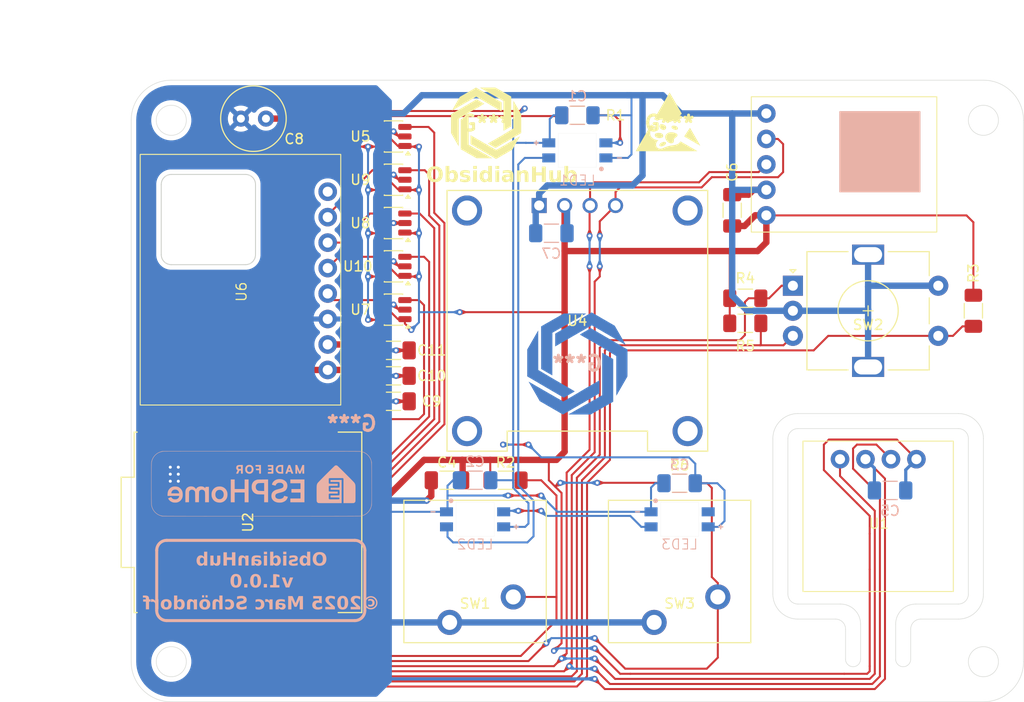
<source format=kicad_pcb>
(kicad_pcb (version 20241229) (generator "pcbnew") (generator_version "9.0")
  (title_block (title "ESPHome Sensor Board") (date "2025-10-03") (rev "V1.0") (company "Marc Schöndorf"))
  (layers (0 "F.Cu" signal) (2 "B.Cu" signal) (13 "F.Paste" user) (15 "B.Paste" user) (5 "F.SilkS" user "F.Silkscreen") (7 "B.SilkS" user "B.Silkscreen") (1 "F.Mask" user) (3 "B.Mask" user) (25 "Edge.Cuts" user))
  (net 0 "")
  (net 1 "+3.3V")
  (net 2 "SCK_HV")
  (net 3 "GND")
  (net 4 "MOSI_HV")
  (net 5 "SCL")
  (net 6 "SDA")
  (net 7 "+5V")
  (net 8 "MISO_HV")
  (net 9 "CS_HV")
  (net 10 "CS")
  (net 11 "MISO")
  (net 12 "SCK")
  (net 13 "MOSI")
  (net 14 "ROT_A")
  (net 15 "ROT_B")
  (net 16 "ROT_SW")
  (net 17 "LED_DATA")
  (net 18 "SWITCH1")
  (net 19 "SWITCH2")
  (net 21 "Net-(LED1-DOUT)")
  (net 22 "Net-(LED2-DOUT)")
  (net 23 "Net-(U6-3V3)")
  (net 24 "LED_DATA_HV")
  (net 27 "Net-(LED1-DIN)")
  (footprint "Capacitor_THT:C_Radial_D6.3mm_H7.0mm_P2.50mm" (layer "F.Cu") (at 118.442 57.834 180)
    (property "Reference" "C8")
    (property "Value" "220uF 10V")
  )
  (footprint "CustomLib:ENS160_AHT21_Module" (layer "F.Cu") (at 125.9 86.4 90)
    (property "Reference" "U6")
    (property "Value" "ENS160/AHT21")
    (fp_line (start 15 -17.9) (end 22 -17.9) (stroke (width 0.1)) (layer "Edge.Cuts"))
    (fp_line (start 23 -16.9) (end 23 -9.5) (stroke (width 0.1)) (layer "Edge.Cuts"))
    (fp_line (start 14 -9.5) (end 14 -16.9) (stroke (width 0.1)) (layer "Edge.Cuts"))
    (fp_line (start 22 -8.5) (end 15 -8.5) (stroke (width 0.1)) (layer "Edge.Cuts"))
    (fp_arc (start 22 -17.9) (mid 22.707107 -17.607107) (end 23 -16.9) (stroke (width 0.1)) (layer "Edge.Cuts"))
    (fp_arc (start 14 -16.9) (mid 14.292893 -17.607107) (end 15 -17.9) (stroke (width 0.1)) (layer "Edge.Cuts"))
    (fp_arc (start 23 -9.5) (mid 22.707107 -8.792893) (end 22 -8.5) (stroke (width 0.1)) (layer "Edge.Cuts"))
    (fp_arc (start 15 -8.5) (mid 14.292893 -8.792893) (end 14 -9.5) (stroke (width 0.1)) (layer "Edge.Cuts"))
  )
  (footprint "Resistor_SMD:R_1206_3216Metric_Pad1.30x1.75mm_HandSolder" (layer "F.Cu") (at 159.7 94.2)
    (property "Reference" "R6")
    (property "Value" "10k")
  )
  (footprint "Rotary_Encoder:RotaryEncoder_Alps_EC11E-Switch_Vertical_H20mm" (layer "F.Cu") (at 178.5 77)
    (property "Reference" "SW2")
    (property "Value" "RotaryEncoder_Switch" (hide yes))
  )
  (footprint "Resistor_SMD:R_1206_3216Metric_Pad1.30x1.75mm_HandSolder" (layer "F.Cu") (at 149.5 57.5 180)
    (property "Reference" "R1")
    (property "Value" "47R")
  )
  (footprint "Capacitor_SMD:C_1206_3216Metric_Pad1.33x1.80mm_HandSolder" (layer "F.Cu") (at 131.162 80.948)
    (property "Reference" "C11")
    (property "Value" "10uF 25V")
  )
  (footprint "CustomLib:OLED 0.96 128x64" (layer "F.Cu") (at 149.5 78)
    (property "Reference" "U4")
    (property "Value" "OLED 0.96\" 128X64")
  )
  (footprint "Capacitor_SMD:C_1206_3216Metric_Pad1.33x1.80mm_HandSolder" (layer "F.Cu") (at 131.162 86.028)
    (property "Reference" "C9")
    (property "Value" "10uF 25V")
  )
  (footprint "Package_TO_SOT_SMD:SOT-23-6" (layer "F.Cu") (at 131.162 63.93 180)
    (property "Reference" "U9")
    (property "Value" "SN74LVC1T45DBV")
  )
  (footprint "LOGO" (layer "F.Cu") (at 140.4 58.3)
    (property "Reference" "G***")
    (property "Value" "LOGO" (hide yes))
  )
  (footprint "Resistor_SMD:R_1206_3216Metric_Pad1.30x1.75mm_HandSolder" (layer "F.Cu") (at 166.25 78.25)
    (property "Reference" "R5")
    (property "Value" "10k")
  )
  (footprint "Capacitor_SMD:C_1206_3216Metric_Pad1.33x1.80mm_HandSolder" (layer "F.Cu") (at 131.162 83.488)
    (property "Reference" "C10")
    (property "Value" "100nF 25V")
  )
  (footprint "LOGO" (layer "F.Cu") (at 158.7 58.3)
    (property "Reference" "G***")
    (property "Value" "LOGO" (hide yes))
  )
  (footprint "Resistor_SMD:R_1206_3216Metric_Pad1.30x1.75mm_HandSolder" (layer "F.Cu") (at 166.25 75.75)
    (property "Reference" "R4")
    (property "Value" "10k")
  )
  (footprint "PCM_Switch_Keyboard_Cherry_MX:SW_Cherry_MX_PCB_1.00u" (layer "F.Cu") (at 139.3 103 180)
    (property "Reference" "SW1")
    (property "Value" "SW_Push")
  )
  (footprint "Resistor_SMD:R_1206_3216Metric_Pad1.30x1.75mm_HandSolder" (layer "F.Cu") (at 142.338 93.902)
    (property "Reference" "R2")
    (property "Value" "10k")
  )
  (footprint "Package_TO_SOT_SMD:SOT-23-6" (layer "F.Cu") (at 131.162 59.612 180)
    (property "Reference" "U5")
    (property "Value" "SN74LVC1T45DBV")
  )
  (footprint "ESP32_mini:MODULE_ESP32-C3_SUPERMINI" (layer "F.Cu") (at 116.65 98.1 90)
    (property "Reference" "U2")
    (property "Value" "ESP32-C3_SUPERMINI_SMD")
  )
  (footprint "Package_TO_SOT_SMD:SOT-23-6" (layer "F.Cu") (at 131.162 68.248 180)
    (property "Reference" "U8")
    (property "Value" "SN74LVC1T45DBV")
  )
  (footprint "PCM_Switch_Keyboard_Cherry_MX:SW_Cherry_MX_PCB_1.00u" (layer "F.Cu") (at 159.7 103 180)
    (property "Reference" "SW3")
    (property "Value" "SW_Push")
  )
  (footprint "CustomLib:BH1750" (layer "F.Cu") (at 166.85 69.15)
    (property "Reference" "U3")
    (property "Value" "BH1750")
  )
  (footprint "Package_TO_SOT_SMD:SOT-23-6" (layer "F.Cu") (at 131.162 76.884 180)
    (property "Reference" "U7")
    (property "Value" "SN74LVC1T45DBV")
  )
  (footprint "Package_TO_SOT_SMD:SOT-23-6" (layer "F.Cu") (at 131.162 72.566 180)
    (property "Reference" "U10")
    (property "Value" "SN74LVC1T45DBV")
  )
  (footprint "Capacitor_SMD:C_1206_3216Metric_Pad1.33x1.80mm_HandSolder" (layer "F.Cu") (at 136.496 93.902 180)
    (property "Reference" "C4")
    (property "Value" "100nF 25V")
  )
  (footprint "Capacitor_SMD:C_1206_3216Metric_Pad1.33x1.80mm_HandSolder" (layer "F.Cu") (at 164.944 66.978 90)
    (property "Reference" "C6")
    (property "Value" "100nF 25V")
  )
  (footprint "CustomLib:MODULE_AHT20_BMP280" (layer "F.Cu") (at 172 90 -90)
    (property "Reference" "U1")
    (property "Value" "AHT20 + BMP280")
  )
  (footprint "Resistor_SMD:R_1206_3216Metric_Pad1.30x1.75mm_HandSolder" (layer "F.Cu") (at 189 77 -90)
    (property "Reference" "R3")
    (property "Value" "10k")
  )
  (footprint "CustomLib:LED SK6812-MINI-E Cutout" (layer "B.Cu") (at 149.5 61 180)
    (property "Reference" "LED1")
    (property "Value" "SK6812 MINI-E")
    (fp_line (start 1.9 1.7) (end 1.9 -1.7) (stroke (width 0.01)) (layer "Edge.Cuts"))
    (fp_line (start 1.9 -1.7) (end -1.9 -1.7) (stroke (width 0.01)) (layer "Edge.Cuts"))
    (fp_line (start -1.9 1.7) (end 1.9 1.7) (stroke (width 0.01)) (layer "Edge.Cuts"))
    (fp_line (start -1.9 -1.7) (end -1.9 1.7) (stroke (width 0.01)) (layer "Edge.Cuts"))
  )
  (footprint "CustomLib:LED SK6812-MINI-E Cutout" (layer "B.Cu") (at 139.3 97.8)
    (property "Reference" "LED2")
    (property "Value" "SK6812 MINI-E")
    (fp_line (start -1.9 -1.7) (end -1.9 1.7) (stroke (width 0.01)) (layer "Edge.Cuts"))
    (fp_line (start -1.9 1.7) (end 1.9 1.7) (stroke (width 0.01)) (layer "Edge.Cuts"))
    (fp_line (start 1.9 -1.7) (end -1.9 -1.7) (stroke (width 0.01)) (layer "Edge.Cuts"))
    (fp_line (start 1.9 1.7) (end 1.9 -1.7) (stroke (width 0.01)) (layer "Edge.Cuts"))
  )
  (footprint "Capacitor_SMD:C_1206_3216Metric_Pad1.33x1.80mm_HandSolder" (layer "B.Cu") (at 139.3 93.9 180)
    (property "Reference" "C2")
    (property "Value" "100nF 25V")
  )
  (footprint "LOGO" (layer "B.Cu") (at 118 94.25 180)
    (property "Reference" "G***")
    (property "Value" "LOGO" (hide yes))
  )
  (footprint "Capacitor_SMD:C_1206_3216Metric_Pad1.33x1.80mm_HandSolder" (layer "B.Cu") (at 159.7 94.2 180)
    (property "Reference" "C3")
    (property "Value" "100nF 25V")
  )
  (footprint "Capacitor_SMD:C_1206_3216Metric_Pad1.33x1.80mm_HandSolder" (layer "B.Cu") (at 180.692 94.918 180)
    (property "Reference" "C5")
    (property "Value" "100nF 25V")
  )
  (footprint "CustomLib:LED SK6812-MINI-E Cutout" (layer "B.Cu") (at 159.7 97.8)
    (property "Reference" "LED3")
    (property "Value" "SK6812 MINI-E")
    (fp_line (start -1.9 -1.7) (end -1.9 1.7) (stroke (width 0.01)) (layer "Edge.Cuts"))
    (fp_line (start -1.9 1.7) (end 1.9 1.7) (stroke (width 0.01)) (layer "Edge.Cuts"))
    (fp_line (start 1.9 -1.7) (end -1.9 -1.7) (stroke (width 0.01)) (layer "Edge.Cuts"))
    (fp_line (start 1.9 1.7) (end 1.9 -1.7) (stroke (width 0.01)) (layer "Edge.Cuts"))
  )
  (footprint "Capacitor_SMD:C_1206_3216Metric_Pad1.33x1.80mm_HandSolder" (layer "B.Cu") (at 146.91 69.264 180)
    (property "Reference" "C7")
    (property "Value" "100nF 25V")
  )
  (footprint "Capacitor_SMD:C_1206_3216Metric_Pad1.33x1.80mm_HandSolder" (layer "B.Cu") (at 149.5 57.5)
    (property "Reference" "C1")
    (property "Value" "100nF 25V")
  )
  (footprint "LOGO" (layer "B.Cu") (at 149.5 82.25)
    (property "Reference" "G***")
    (property "Value" "LOGO" (hide yes))
  )
  (gr_line (start 108.545817 99.895817) (end 127.3 99.895817) (stroke (width 0.3)) (layer "B.SilkS"))
  (gr_arc (start 107.545817 100.895817) (mid 107.83871 100.18871) (end 108.545817 99.895817) (stroke (width 0.3)) (layer "B.SilkS"))
  (gr_arc (start 127.3 99.895817) (mid 128.007109 100.188708) (end 128.3 100.895817) (stroke (width 0.3)) (layer "B.SilkS"))
  (gr_arc (start 108.545817 107.9) (mid 107.838707 107.607109) (end 107.545817 106.9) (stroke (width 0.3)) (layer "B.SilkS"))
  (gr_arc (start 128.3 106.9) (mid 128.007109 107.607109) (end 127.3 107.9) (stroke (width 0.3)) (layer "B.SilkS"))
  (gr_line (start 127.3 107.9) (end 108.545817 107.9) (stroke (width 0.3)) (layer "B.SilkS"))
  (gr_line (start 128.3 100.895817) (end 128.3 106.9) (stroke (width 0.3)) (layer "B.SilkS"))
  (gr_line (start 107.545817 106.9) (end 107.545817 100.895817) (stroke (width 0.3)) (layer "B.SilkS"))
  (gr_rect (start 175.676 57.136) (end 183.676 65.136) (stroke (width 0.1)) (fill yes) (layer "B.SilkS"))
  (gr_circle (center 109 58) (end 110.5 58) (stroke (width 0.05)) (fill no) (layer "Edge.Cuts"))
  (gr_line (start 181.25 111.75) (end 181.25 108.25) (stroke (width 0.05)) (layer "Edge.Cuts"))
  (gr_line (start 105 112) (end 105 58) (stroke (width 0.05)) (layer "Edge.Cuts"))
  (gr_arc (start 109 116) (mid 106.171573 114.828427) (end 105 112) (stroke (width 0.05)) (layer "Edge.Cuts"))
  (gr_line (start 188.5 105.25) (end 188.5 89.75) (stroke (width 0.05)) (layer "Edge.Cuts"))
  (gr_line (start 187.500001 88.750001) (end 171.500001 88.750001) (stroke (width 0.05)) (layer "Edge.Cuts"))
  (gr_arc (start 175.75 106.25) (mid 177.164214 106.835786) (end 177.75 108.25) (stroke (width 0.05)) (layer "Edge.Cuts"))
  (gr_line (start 187.5 107.75) (end 183.75 107.75) (stroke (width 0.05)) (layer "Edge.Cuts"))
  (gr_line (start 175.75 106.25) (end 171.5 106.25) (stroke (width 0.05)) (layer "Edge.Cuts"))
  (gr_line (start 187.5 106.25) (end 183.25 106.25) (stroke (width 0.05)) (layer "Edge.Cuts"))
  (gr_arc (start 170.500001 89.750001) (mid 170.792894 89.042894) (end 171.5 88.750002) (stroke (width 0.05)) (layer "Edge.Cuts"))
  (gr_line (start 187.5 87.25) (end 171.5 87.25) (stroke (width 0.05)) (layer "Edge.Cuts"))
  (gr_arc (start 171.5 106.25) (mid 170.792894 105.957107) (end 170.500001 105.250001) (stroke (width 0.05)) (layer "Edge.Cuts"))
  (gr_arc (start 188.5 105.25) (mid 188.207107 105.957106) (end 187.500001 106.249999) (stroke (width 0.05)) (layer "Edge.Cuts"))
  (gr_arc (start 187.5 87.25) (mid 189.267767 87.982233) (end 190 89.749999) (stroke (width 0.05)) (layer "Edge.Cuts"))
  (gr_line (start 177.75 111.75) (end 177.75 108.25) (stroke (width 0.05)) (layer "Edge.Cuts"))
  (gr_line (start 190 105.25) (end 190 89.75) (stroke (width 0.05)) (layer "Edge.Cuts"))
  (gr_arc (start 181.25 108.25) (mid 181.835786 106.835786) (end 183.25 106.25) (stroke (width 0.05)) (layer "Edge.Cuts"))
  (gr_arc (start 187.500001 88.750001) (mid 188.207106 89.042894) (end 188.5 89.75) (stroke (width 0.05)) (layer "Edge.Cuts"))
  (gr_line (start 194 58) (end 194 112) (stroke (width 0.05)) (layer "Edge.Cuts"))
  (gr_arc (start 182.75 108.75) (mid 183.042893 108.042893) (end 183.75 107.75) (stroke (width 0.05)) (layer "Edge.Cuts"))
  (gr_circle (center 190 58) (end 191.5 58) (stroke (width 0.05)) (fill no) (layer "Edge.Cuts"))
  (gr_arc (start 194 112) (mid 192.828427 114.828427) (end 190 116) (stroke (width 0.05)) (layer "Edge.Cuts"))
  (gr_line (start 176.25 111.75) (end 176.25 108.75) (stroke (width 0.05)) (layer "Edge.Cuts"))
  (gr_line (start 109 54) (end 190 54) (stroke (width 0.05)) (layer "Edge.Cuts"))
  (gr_line (start 175.25 107.75) (end 171.5 107.75) (stroke (width 0.05)) (layer "Edge.Cuts"))
  (gr_arc (start 105 58) (mid 106.171573 55.171573) (end 109 54) (stroke (width 0.05)) (layer "Edge.Cuts"))
  (gr_line (start 182.75 111.75) (end 182.75 108.75) (stroke (width 0.05)) (layer "Edge.Cuts"))
  (gr_arc (start 177.75 111.75) (mid 177 112.5) (end 176.25 111.75) (stroke (width 0.05)) (layer "Edge.Cuts"))
  (gr_line (start 170.5 105.25) (end 170.5 89.75) (stroke (width 0.05)) (layer "Edge.Cuts"))
  (gr_circle (center 109 112) (end 110.5 112) (stroke (width 0.05)) (fill no) (layer "Edge.Cuts"))
  (gr_arc (start 182.75 111.75) (mid 182 112.5) (end 181.25 111.75) (stroke (width 0.05)) (layer "Edge.Cuts"))
  (gr_arc (start 175.250001 107.750001) (mid 175.957106 108.042894) (end 176.25 108.75) (stroke (width 0.05)) (layer "Edge.Cuts"))
  (gr_circle (center 190 112) (end 191.5 112) (stroke (width 0.05)) (fill no) (layer "Edge.Cuts"))
  (gr_line (start 190 116) (end 109 116) (stroke (width 0.05)) (layer "Edge.Cuts"))
  (gr_arc (start 171.5 107.75) (mid 169.732233 107.017767) (end 169 105.25) (stroke (width 0.05)) (layer "Edge.Cuts"))
  (gr_arc (start 190 54) (mid 192.828427 55.171573) (end 194 58) (stroke (width 0.05)) (layer "Edge.Cuts"))
  (gr_arc (start 190 105.25) (mid 189.267767 107.017767) (end 187.500001 107.75) (stroke (width 0.05)) (layer "Edge.Cuts"))
  (gr_line (start 169 105.25) (end 169 89.75) (stroke (width 0.05)) (layer "Edge.Cuts"))
  (gr_arc (start 169 89.75) (mid 169.732233 87.982233) (end 171.5 87.250001) (stroke (width 0.05)) (layer "Edge.Cuts"))
  (gr_text "ObsidianHub" (at 134.4 64.4 0) (layer "F.SilkS") (effects (font (size 1.5 1.5) (thickness 0.3) (bold yes)) (justify left bottom)))
  (gr_text "ObsidianHub\nv1.0.0\n©2025 Marc Schöndorf" (at 118 107 0) (layer "B.SilkS") (effects (font (size 1.3 1.3) (thickness 0.25) (bold yes)) (justify bottom mirror)))
  (segment (start 146.656 93.902) (end 146.656 91.87) (width 0.2) (layer "F.Cu") (net 1))
  (segment (start 147.926 110.158) (end 147.926 95.172) (width 0.2) (layer "F.Cu") (net 1))
  (segment (start 147.926 95.172) (end 147.291 94.537) (width 0.2) (layer "F.Cu") (net 1))
  (segment (start 147.799 94.156) (end 147.672 94.156) (width 0.2) (layer "F.Cu") (net 1))
  (segment (start 147.164 110.92) (end 147.926 110.158) (width 0.2) (layer "F.Cu") (net 1))
  (segment (start 174.596 89.838) (end 174.088 90.346) (width 0.2) (layer "F.Cu") (net 1))
  (segment (start 164.69 71.042) (end 164.944 71.042) (width 0.635) (layer "F.Cu") (net 1))
  (segment (start 111.83 93.112) (end 111.83 89.718) (width 0.635) (layer "F.Cu") (net 1))
  (segment (start 183.32 91.8) (end 181.358 89.838) (width 0.2) (layer "F.Cu") (net 1))
  (segment (start 189 68.174) (end 189 75.45) (width 0.2) (layer "F.Cu") (net 1))
  (segment (start 188.312 67.486) (end 189 68.174) (width 0.2) (layer "F.Cu") (net 1))
  (segment (start 176.12 113.206) (end 154.784 113.206) (width 0.2) (layer "F.Cu") (net 1))
  (segment (start 178.66 97.458) (end 178.66 99.236) (width 0.2) (layer "F.Cu") (net 1))
  (segment (start 164.7 75.75) (end 164.7 71.052) (width 0.2) (layer "F.Cu") (net 1))
  (segment (start 132.874 69.198) (end 132.512 69.198) (width 0.2) (layer "F.Cu") (net 1))
  (segment (start 140.814 91.87) (end 138.02 91.87) (width 0.635) (layer "F.Cu") (net 1))
  (segment (start 178.66 99.236) (end 178.66 102.792) (width 0.2) (layer "F.Cu") (net 1))
  (segment (start 132.2995 78.2755) (end 132.94 78.916) (width 0.2) (layer "F.Cu") (net 1))
  (segment (start 130.654 76.884) (end 131.604 77.834) (width 0.2) (layer "F.Cu") (net 1))
  (segment (start 147.418 91.87) (end 147.164 91.87) (width 0.635) (layer "F.Cu") (net 1))
  (segment (start 132.874 73.516) (end 131.604 73.516) (width 0.2) (layer "F.Cu") (net 1))
  (segment (start 138.0585 94.156) (end 138.0585 91.9085) (width 0.635) (layer "F.Cu") (net 1))
  (segment (start 148.23 91.058) (end 147.418 91.87) (width 0.635) (layer "F.Cu") (net 1))
  (segment (start 131.604 60.562) (end 130.654 59.612) (width 0.2) (layer "F.Cu") (net 1))
  (segment (start 177.39 96.188) (end 178.66 97.458) (width 0.2) (layer "F.Cu") (net 1))
  (segment (start 132.94 73.582) (end 132.874 73.516) (width 0.2) (layer "F.Cu") (net 1))
  (segment (start 166.1755 68.5405) (end 167.236 67.48) (width 0.635) (layer "F.Cu") (net 1))
  (segment (start 137.766 77.138) (end 148.23 77.138) (width 0.2) (layer "F.Cu") (net 1))
  (segment (start 132.94 64.946) (end 132.874 64.88) (width 0.2) (layer "F.Cu") (net 1))
  (segment (start 132.94 69.264) (end 132.874 69.198) (width 0.2) (layer "F.Cu") (net 1))
  (segment (start 140.814 94.13) (end 140.814 91.87) (width 0.2) (layer "F.Cu") (net 1))
  (segment (start 157.944 94.156) (end 151.482 94.156) (width 0.2) (layer "F.Cu") (net 1))
  (segment (start 178.406 113.206) (end 176.12 113.206) (width 0.2) (layer "F.Cu") (net 1))
  (segment (start 131.604 77.834) (end 132.512 77.834) (width 0.2) (layer "F.Cu") (net 1))
  (segment (start 130.654 72.566) (end 129.812 72.566) (width 0.2) (layer "F.Cu") (net 1))
  (segment (start 129.812 76.884) (end 130.654 76.884) (width 0.2) (layer "F.Cu") (net 1))
  (segment (start 140.788 94.156) (end 140.814 94.13) (width 0.2) (layer "F.Cu") (net 1))
  (segment (start 164.7 75.75) (end 164.7 78.25) (width 0.2) (layer "F.Cu") (net 1))
  (segment (start 153.768 113.206) (end 152.498 111.936) (width 0.2) (layer "F.Cu") (net 1))
  (segment (start 114.144 95.426) (end 111.83 93.112) (width 0.635) (layer "F.Cu") (net 1))
  (segment (start 178.66 102.792) (end 178.66 112.444) (width 0.2) (layer "F.Cu") (net 1))
  (segment (start 158.15 94.2) (end 158.1 94.2) (width 0.2) (layer "F.Cu") (net 1))
  (segment (start 177.898 89.838) (end 174.596 89.838) (width 0.2) (layer "F.Cu") (net 1))
  (segment (start 158 94.1) (end 157.944 94.156) (width 0.2) (layer "F.Cu") (net 1))
  (segment (start 147.291 94.537) (end 146.656 93.902) (width 0.2) (layer "F.Cu") (net 1))
  (segment (start 143.862 91.87) (end 140.814 91.87) (width 0.635) (layer "F.Cu") (net 1))
  (segment (start 167.484 71.042) (end 168.35 70.176) (width 0.635) (layer "F.Cu") (net 1))
  (segment (start 181.358 89.838) (end 177.898 89.838) (width 0.2) (layer "F.Cu") (net 1))
  (segment (start 138.0585 91.9085) (end 138.02 91.87) (width 0.635) (layer "F.Cu") (net 1))
  (segment (start 132.2995 77.834) (end 132.2995 78.2755) (width 0.2) (layer "F.Cu") (net 1))
  (segment (start 133.702 64.946) (end 132.94 64.946) (width 0.2) (layer "F.Cu") (net 1))
  (segment (start 152.498 111.936) (end 151.228 110.666) (width 0.2) (layer "F.Cu") (net 1))
  (segment (start 148.23 71.042) (end 148.23 77.138) (width 0.635) (layer "F.Cu") (net 1))
  (segment (start 132.874 60.562) (end 131.604 60.562) (width 0.2) (layer "F.Cu") (net 1))
  (segment (start 147.164 91.87) (end 146.656 91.87) (width 0.635) (layer "F.Cu") (net 1))
  (segment (start 174.088 92.886) (end 177.39 96.188) (width 0.2) (layer "F.Cu") (net 1))
  (segment (start 131.604 64.88) (end 130.654 63.93) (width 0.2) (layer "F.Cu") (net 1))
  (segment (start 147.672 94.156) (end 147.291 94.537) (width 0.2) (layer "F.Cu") (net 1))
  (segment (start 168.35 67.48) (end 168.356 67.486) (width 0.2) (layer "F.Cu") (net 1))
  (segment (start 133.702 60.628) (end 132.94 60.628) (width 0.2) (layer "F.Cu") (net 1))
  (segment (start 134.21 91.87) (end 130.654 95.426) (width 0.635) (layer "F.Cu") (net 1))
  (segment (start 164.944 71.042) (end 167.484 71.042) (width 0.635) (layer "F.Cu") (net 1))
  (segment (start 133.702 73.582) (end 132.94 73.582) (width 0.2) (layer "F.Cu") (net 1))
  (segment (start 164.7 71.052) (end 164.69 71.042) (width 0.635) (layer "F.Cu") (net 1))
  (segment (start 167.236 67.48) (end 168.35 67.48) (width 0.635) (layer "F.Cu") (net 1))
  (segment (start 174.088 90.346) (end 174.088 92.886) (width 0.2) (layer "F.Cu") (net 1))
  (segment (start 178.66 112.952) (end 178.406 113.206) (width 0.2) (layer "F.Cu") (net 1))
  (segment (start 168.35 70.176) (end 168.35 67.48) (width 0.635) (layer "F.Cu") (net 1))
  (segment (start 164.944 68.5405) (end 166.1755 68.5405) (width 0.635) (layer "F.Cu") (net 1))
  (segment (start 130.654 59.612) (end 129.812 59.612) (width 0.2) (layer "F.Cu") (net 1))
  (segment (start 178.66 112.444) (end 178.66 112.952) (width 0.2) (layer "F.Cu") (net 1))
  (segment (start 168.356 67.486) (end 188.312 67.486) (width 0.2) (layer "F.Cu") (net 1))
  (segment (start 132.94 60.628) (end 132.874 60.562) (width 0.2) (layer "F.Cu") (net 1))
  (segment (start 132.874 64.88) (end 131.604 64.88) (width 0.2) (layer "F.Cu") (net 1))
  (segment (start 148.23 77.138) (end 148.23 91.058) (width 0.635) (layer "F.Cu") (net 1))
  (segment (start 138.02 91.87) (end 134.21 91.87) (width 0.635) (layer "F.Cu") (net 1))
  (segment (start 148.23 71.042) (end 164.69 71.042) (width 0.635) (layer "F.Cu") (net 1))
  (segment (start 130.654 95.426) (end 114.144 95.426) (width 0.635) (layer "F.Cu") (net 1))
  (segment (start 130.654 63.93) (end 129.812 63.93) (width 0.2) (layer "F.Cu") (net 1))
  (segment (start 146.656 91.87) (end 143.862 91.87) (width 0.635) (layer "F.Cu") (net 1))
  (segment (start 158.1 94.2) (end 158 94.1) (width 0.2) (layer "F.Cu") (net 1))
  (segment (start 154.784 113.206) (end 153.768 113.206) (width 0.2) (layer "F.Cu") (net 1))
  (segment (start 131.604 73.516) (end 130.654 72.566) (width 0.2) (layer "F.Cu") (net 1))
  (segment (start 148.23 66.5) (end 148.23 71.042) (width 0.635) (layer "F.Cu") (net 1))
  (segment (start 133.702 69.264) (end 132.94 69.264) (width 0.2) (layer "F.Cu") (net 1))
  (via (at 133.702 60.628) (size 0.6) (drill 0.3) (layers "F.Cu" "B.Cu") (net 1))
  (via (at 151.228 110.666) (size 0.6) (drill 0.3) (layers "F.Cu" "B.Cu") (net 1))
  (via (at 147.164 110.92) (size 0.6) (drill 0.3) (layers "F.Cu" "B.Cu") (net 1))
  (via (at 133.702 64.946) (size 0.6) (drill 0.3) (layers "F.Cu" "B.Cu") (net 1))
  (via (at 133.702 73.582) (size 0.6) (drill 0.3) (layers "F.Cu" "B.Cu") (net 1))
  (via (at 151.482 94.156) (size 0.6) (drill 0.3) (layers "F.Cu" "B.Cu") (net 1))
  (via (at 132.94 78.916) (size 0.6) (drill 0.3) (layers "F.Cu" "B.Cu") (net 1))
  (via (at 137.766 77.138) (size 0.6) (drill 0.3) (layers "F.Cu" "B.Cu") (net 1))
  (via (at 147.799 94.156) (size 0.6) (drill 0.3) (layers "F.Cu" "B.Cu") (net 1))
  (via (at 133.702 69.264) (size 0.6) (drill 0.3) (layers "F.Cu" "B.Cu") (net 1))
  (segment (start 133.702 64.946) (end 133.702 69.264) (width 0.2) (layer "B.Cu") (net 1))
  (segment (start 148.4725 69.264) (end 148.4725 66.7425) (width 0.635) (layer "B.Cu") (net 1))
  (segment (start 133.702 73.582) (end 133.702 77.138) (width 0.2) (layer "B.Cu") (net 1))
  (segment (start 147.418 110.666) (end 147.164 110.92) (width 0.2) (layer "B.Cu") (net 1))
  (segment (start 133.702 69.264) (end 133.702 73.582) (width 0.2) (layer "B.Cu") (net 1))
  (segment (start 133.702 77.138) (end 133.702 78.154) (width 0.2) (layer "B.Cu") (net 1))
  (segment (start 151.482 94.156) (end 147.799 94.156) (width 0.2) (layer "B.Cu") (net 1))
  (segment (start 151.228 110.666) (end 147.418 110.666) (width 0.2) (layer "B.Cu") (net 1))
  (segment (start 133.702 78.154) (end 132.94 78.916) (width 0.2) (layer "B.Cu") (net 1))
  (segment (start 137.766 77.138) (end 133.702 77.138) (width 0.2) (layer "B.Cu") (net 1))
  (segment (start 133.702 60.628) (end 133.702 64.946) (width 0.2) (layer "B.Cu") (net 1))
  (segment (start 148.4725 66.7425) (end 148.23 66.5) (width 0.635) (layer "B.Cu") (net 1))
  (segment (start 182.2545 94.918) (end 182.2545 92.8655) (width 0.3175) (layer "B.Cu") (net 1))
  (segment (start 182.2545 92.8655) (end 183.32 91.8) (width 0.3175) (layer "B.Cu") (net 1))
  (segment (start 125.254 75.934) (end 124.6 75.28) (width 0.2) (layer "F.Cu") (net 2))
  (segment (start 129.812 75.934) (end 125.254 75.934) (width 0.2) (layer "F.Cu") (net 2))
  (segment (start 131.162 68.248) (end 129.812 68.248) (width 0.2) (layer "F.Cu") (net 3))
  (segment (start 166.5845 65.4155) (end 167.06 64.94) (width 0.635) (layer "F.Cu") (net 3))
  (segment (start 179.168 114.73) (end 152.244 114.73) (width 0.2) (layer "F.Cu") (net 3))
  (segment (start 152.244 114.73) (end 151.228 113.714) (width 0.2) (layer "F.Cu") (net 3))
  (segment (start 132.512 72.566) (end 131.67 72.566) (width 0.2) (layer "F.Cu") (net 3))
  (segment (start 145.894 95.426) (end 142.592 95.426) (width 0.2) (layer "F.Cu") (net 3))
  (segment (start 180.184 93.744) (end 180.184 113.714) (width 0.2) (layer "F.Cu") (net 3))
  (segment (start 134.9335 95.4645) (end 134.464 95.934) (width 0.635) (layer "F.Cu") (net 3))
  (segment (start 131.67 72.566) (end 131.162 72.058) (width 0.2) (layer "F.Cu") (net 3))
  (segment (start 132.7245 86.028) (end 131.416 86.028) (width 0.3175) (layer "F.Cu") (net 3))
  (segment (start 132.512 59.612) (end 131.67 59.612) (width 0.2) (layer "F.Cu") (net 3))
  (segment (start 164.944 65.4155) (end 166.5845 65.4155) (width 0.635) (layer "F.Cu") (net 3))
  (segment (start 132.512 63.93) (end 131.67 63.93) (width 0.2) (layer "F.Cu") (net 3))
  (segment (start 131.67 59.612) (end 131.162 59.104) (width 0.2) (layer "F.Cu") (net 3))
  (segment (start 132.7245 80.948) (end 131.416 80.948) (width 0.3175) (layer "F.Cu") (net 3))
  (segment (start 131.67 76.884) (end 131.162 76.376) (width 0.2) (layer "F.Cu") (net 3))
  (segment (start 109.29 89.718) (end 109.29 92.39) (width 1.27) (layer "F.Cu") (net 3))
  (segment (start 134.9335 94.156) (end 134.9335 95.4645) (width 0.635) (layer "F.Cu") (net 3))
  (segment (start 132.512 68.248) (end 131.162 68.248) (width 0.2) (layer "F.Cu") (net 3))
  (segment (start 167.06 64.94) (end 168.35 64.94) (width 0.635) (layer "F.Cu") (net 3))
  (segment (start 132.7245 83.488) (end 131.416 83.488) (width 0.3175) (layer "F.Cu") (net 3))
  (segment (start 109.3 92.4) (end 109.29 92.39) (width 1.27) (layer "F.Cu") (net 3))
  (segment (start 131.67 63.93) (end 131.162 63.422) (width 0.2) (layer "F.Cu") (net 3))
  (segment (start 180.184 113.714) (end 179.168 114.73) (width 0.2) (layer "F.Cu") (net 3))
  (segment (start 132.512 76.884) (end 131.67 76.884) (width 0.2) (layer "F.Cu") (net 3))
  (segment (start 178.24 91.8) (end 180.184 93.744) (width 0.2) (layer "F.Cu") (net 3))
  (via (at 131.162 63.422) (size 0.6) (drill 0.3) (layers "F.Cu" "B.Cu") (net 3))
  (via (at 131.416 86.028) (size 0.6) (drill 0.3) (layers "F.Cu" "B.Cu") (net 3))
  (via (at 131.416 80.948) (size 0.6) (drill 0.3) (layers "F.Cu" "B.Cu") (net 3))
  (via (at 109.7 93.3) (size 0.6) (drill 0.3) (layers "F.Cu" "B.Cu") (net 3))
  (via (at 131.162 68.248) (size 0.6) (drill 0.3) (layers "F.Cu" "B.Cu") (net 3))
  (via (at 145.894 95.426) (size 0.6) (drill 0.3) (layers "F.Cu" "B.Cu") (net 3))
  (via (at 131.162 59.104) (size 0.6) (drill 0.3) (layers "F.Cu" "B.Cu") (net 3))
  (via (at 109.7 92.6) (size 0.6) (drill 0.3) (layers "F.Cu" "B.Cu") (net 3))
  (via (at 108.9 94) (size 0.6) (drill 0.3) (layers "F.Cu" "B.Cu") (net 3))
  (via (at 109.7 94) (size 0.6) (drill 0.3) (layers "F.Cu" "B.Cu") (net 3))
  (via (at 131.162 72.058) (size 0.6) (drill 0.3) (layers "F.Cu" "B.Cu") (net 3))
  (via (at 134.464 95.934) (size 0.6) (drill 0.3) (layers "F.Cu" "B.Cu") (net 3))
  (via (at 108.9 92.6) (size 0.6) (drill 0.3) (layers "F.Cu" "B.Cu") (net 3))
  (via (at 142.592 95.426) (size 0.6) (drill 0.3) (layers "F.Cu" "B.Cu") (net 3))
  (via (at 131.416 83.488) (size 0.6) (drill 0.3) (layers "F.Cu" "B.Cu") (net 3))
  (via (at 108.9 93.3) (size 0.6) (drill 0.3) (layers "F.Cu" "B.Cu") (net 3))
  (via (at 151.228 113.714) (size 0.6) (drill 0.3) (layers "F.Cu" "B.Cu") (net 3))
  (via (at 131.162 76.376) (size 0.6) (drill 0.3) (layers "F.Cu" "B.Cu") (net 3))
  (segment (start 130.4 108.126) (end 130.446 108.08) (width 0.635) (layer "B.Cu") (net 3))
  (segment (start 147.518001 97.050001) (end 145.894 95.426) (width 0.2) (layer "B.Cu") (net 3))
  (segment (start 151.0625 57.5) (end 154.9 57.5) (width 0.2) (layer "B.Cu") (net 3))
  (segment (start 130.66 57.32) (end 130.654 57.326) (width 0.635) (layer "B.Cu") (net 3))
  (segment (start 178.384 77) (end 178.5 76.884) (width 0.635) (layer "B.Cu") (net 3))
  (segment (start 154.550001 61.749999) (end 154.9 61.4) (width 0.2) (layer "B.Cu") (net 3))
  (segment (start 178.5 71.4) (end 178.5 74.598) (width 0.635) (layer "B.Cu") (net 3))
  (segment (start 145.3475 66.8425) (end 145.69 66.5) (width 0.635) (layer "B.Cu") (net 3))
  (segment (start 145.69 65.31) (end 146.5 64.5) (width 0.635) (layer "B.Cu") (net 3))
  (segment (start 185.5 74.5) (end 178.598 74.5) (width 0.635) (layer "B.Cu") (net 3))
  (segment (start 156.850001 94.629999) (end 157.28 94.2) (width 0.2) (layer "B.Cu") (net 3))
  (segment (start 130.654 96.95) (end 130.754 97.05) (width 0.2) (layer "B.Cu") (net 3))
  (segment (start 145.3475 69.264) (end 145.3475 66.8425) (width 0.635) (layer "B.Cu") (net 3))
  (segment (start 136.55 97.05) (end 136.55 95.426) (width 0.2) (layer "B.Cu") (net 3))
  (segment (start 154.5 55.5) (end 134 55.5) (width 0.635) (layer "B.Cu") (net 3))
  (segment (start 130.754 97.05) (end 136.55 97.05) (width 0.2) (layer "B.Cu") (net 3))
  (segment (start 158 55.5) (end 156 55.5) (width 0.635) (layer "B.Cu") (net 3))
  (segment (start 159.82 57.32) (end 158 55.5) (width 0.635) (layer "B.Cu") (net 3))
  (segment (start 178.598 74.5) (end 178.5 74.598) (width 0.635) (layer "B.Cu") (net 3))
  (segment (start 156.816 107.736) (end 157.16 108.08) (width 0.2) (layer "B.Cu") (net 3))
  (segment (start 179.1295 94.918) (end 179.1295 92.6895) (width 0.3175) (layer "B.Cu") (net 3))
  (segment (start 154.784 55.5) (end 154.5 55.5) (width 0.635) (layer "B.Cu") (net 3))
  (segment (start 145.69 66.5) (end 145.69 65.31) (width 0.635) (layer "B.Cu") (net 3))
  (segment (start 164.944 57.32) (end 164.944 64.946) (width 0.635) (layer "B.Cu") (net 3))
  (segment (start 164.95 64.94) (end 164.944 64.946) (width 0.635) (layer "B.Cu") (net 3))
  (segment (start 134.464 95.934) (end 130.654 95.934) (width 0.635) (layer "B.Cu") (net 3))
  (segment (start 131.416 86.028) (end 130.908 86.028) (width 0.3175) (layer "B.Cu") (net 3))
  (segment (start 131.416 80.948) (end 130.908 80.948) (width 0.3175) (layer "B.Cu") (net 3))
  (segment (start 131.162 68.248) (end 130.908 68.248) (width 0.2) (layer "B.Cu") (net 3))
  (segment (start 164.944 57.32) (end 159.82 57.32) (width 0.635) (layer "B.Cu") (net 3))
  (segment (start 131.162 59.104) (end 130.908 59.104) (width 0.2) (layer "B.Cu") (net 3))
  (segment (start 136.55 94.45) (end 137.1 93.9) (width 0.2) (layer "B.Cu") (net 3))
  (segment (start 151.228 113.714) (end 130.654 113.714) (width 0.3175) (layer "B.Cu") (net 3))
  (segment (start 152.349999 61.749999) (end 154.550001 61.749999) (width 0.2) (layer "B.Cu") (net 3))
  (segment (start 142.592 95.426) (end 136.55 95.426) (width 0.2) (layer "B.Cu") (net 3))
  (segment (start 156 55.5) (end 154.784 55.5) (width 0.635) (layer "B.Cu") (net 3))
  (segment (start 178.5 74.598) (end 178.5 76.884) (width 0.635) (layer "B.Cu") (net 3))
  (segment (start 136.55 95.426) (end 136.55 94.45) (width 0.2) (layer "B.Cu") (net 3))
  (segment (start 154.9 55.616) (end 154.784 55.5) (width 0.2) (layer "B.Cu") (net 3))
  (segment (start 131.416 83.488) (end 130.908 83.488) (width 0.3175) (layer "B.Cu") (net 3))
  (segment (start 132.18 57.32) (end 130.66 57.32) (width 0.635) (layer "B.Cu") (net 3))
  (segment (start 131.162 72.058) (end 130.908 72.058) (width 0.2) (layer "B.Cu") (net 3))
  (segment (start 154.9 57.5) (end 154.9 55.616) (width 0.2) (layer "B.Cu") (net 3))
  (segment (start 164.944 75.476) (end 166.468 77) (width 0.635) (layer "B.Cu") (net 3))
  (segment (start 136.76 108.08) (end 130.446 108.08) (width 0.635) (layer "B.Cu") (net 3))
  (segment (start 156 63.5) (end 156 55.5) (width 0.635) (layer "B.Cu") (net 3))
  (segment (start 157.28 94.2) (end 158.1375 94.2) (width 0.2) (layer "B.Cu") (net 3))
  (segment (start 136.76 108.08) (end 157.16 108.08) (width 0.635) (layer "B.Cu") (net 3))
  (segment (start 131.162 76.376) (end 130.908 76.376) (width 0.2) (layer "B.Cu") (net 3))
  (segment (start 179.1295 92.6895) (end 178.24 91.8) (width 0.3175) (layer "B.Cu") (net 3))
  (segment (start 168.35 64.94) (end 164.95 64.94) (width 0.635) (layer "B.Cu") (net 3))
  (segment (start 146.5 64.5) (end 155 64.5) (width 0.635) (layer "B.Cu") (net 3))
  (segment (start 155 64.5) (end 156 63.5) (width 0.635) (layer "B.Cu") (net 3))
  (segment (start 156.850001 97.050001) (end 156.850001 94.629999) (width 0.2) (layer "B.Cu") (net 3))
  (segment (start 178.5 76.884) (end 178.5 82.6) (width 0.635) (layer "B.Cu") (net 3))
  (segment (start 171 77) (end 166.468 77) (width 0.635) (layer "B.Cu") (net 3))
  (segment (start 131.162 63.422) (end 130.908 63.422) (width 0.2) (layer "B.Cu") (net 3))
  (segment (start 164.944 64.946) (end 164.944 75.476) (width 0.635) (layer "B.Cu") (net 3))
  (segment (start 156.662001 97.050001) (end 156.562 96.95) (width 0.2) (layer "B.Cu") (net 3))
  (segment (start 137.1 93.9) (end 137.7375 93.9) (width 0.2) (layer "B.Cu") (net 3))
  (segment (start 171 77) (end 170.989 77.011) (width 0.635) (layer "B.Cu") (net 3))
  (segment (start 168.35 57.32) (end 164.944 57.32) (width 0.635) (layer "B.Cu") (net 3))
  (segment (start 171 77) (end 178.384 77) (width 0.635) (layer "B.Cu") (net 3))
  (segment (start 134 55.5) (end 132.18 57.32) (width 0.635) (layer "B.Cu") (net 3))
  (segment (start 154.9 61.4) (end 154.9 57.5) (width 0.2) (layer "B.Cu") (net 3))
  (segment (start 156.850001 97.050001) (end 147.518001 97.050001) (width 0.2) (layer "B.Cu") (net 3))
  (segment (start 125.724 71.616) (end 124.6 72.74) (width 0.2) (layer "F.Cu") (net 4))
  (segment (start 129.812 71.616) (end 125.724 71.616) (width 0.2) (layer "F.Cu") (net 4))
  (segment (start 147.926 111.682) (end 147.164 112.444) (width 0.2) (layer "F.Cu") (net 5))
  (segment (start 148.434 93.14) (end 148.434 111.174) (width 0.2) (layer "F.Cu") (net 5))
  (segment (start 162.658 63.168) (end 167.582 63.168) (width 0.2) (layer "F.Cu") (net 5))
  (segment (start 179.168 96.95) (end 179.168 113.206) (width 0.2) (layer "F.Cu") (net 5))
  (segment (start 120.7 103.887) (end 120.113 103.3) (width 0.2) (layer "F.Cu") (net 5))
  (segment (start 150.72 72.566) (end 150.72 90.854) (width 0.2) (layer "F.Cu") (net 5))
  (segment (start 147.164 112.444) (end 124.444 112.444) (width 0.2) (layer "F.Cu") (net 5))
  (segment (start 153.26 113.714) (end 151.228 111.682) (width 0.2) (layer "F.Cu") (net 5))
  (segment (start 150.72 90.854) (end 148.434 93.14) (width 0.2) (layer "F.Cu") (net 5))
  (segment (start 150.77 66.5) (end 150.72 66.55) (width 0.2) (layer "F.Cu") (net 5))
  (segment (start 161.642 64.184) (end 162.658 63.168) (width 0.2) (layer "F.Cu") (net 5))
  (segment (start 178.66 113.714) (end 153.26 113.714) (width 0.2) (layer "F.Cu") (net 5))
  (segment (start 120.7 108.7) (end 120.7 103.887) (width 0.2) (layer "F.Cu") (net 5))
  (segment (start 148.434 111.174) (end 147.926 111.682) (width 0.2) (layer "F.Cu") (net 5))
  (segment (start 124.444 112.444) (end 120.7 108.7) (width 0.2) (layer "F.Cu") (net 5))
  (segment (start 179.168 113.206) (end 178.66 113.714) (width 0.2) (layer "F.Cu") (net 5))
  (segment (start 120.113 103.3) (end 114.906 103.3) (width 0.2) (layer "F.Cu") (net 5))
  (segment (start 175.7 91.8) (end 175.7 93.482) (width 0.2) (layer "F.Cu") (net 5))
  (segment (start 150.77 66.5) (end 150.77 64.642) (width 0.2) (layer "F.Cu") (net 5))
  (segment (start 151.228 64.184) (end 161.642 64.184) (width 0.2) (layer "F.Cu") (net 5))
  (segment (start 150.72 66.55) (end 150.72 66.724) (width 0.2) (layer "F.Cu") (net 5))
  (segment (start 167.582 63.168) (end 168.35 62.4) (width 0.2) (layer "F.Cu") (net 5))
  (segment (start 175.7 93.482) (end 179.168 96.95) (width 0.2) (layer "F.Cu") (net 5))
  (segment (start 114.906 103.3) (end 114.364 103.842) (width 0.2) (layer "F.Cu") (net 5))
  (segment (start 150.72 66.55) (end 150.72 69.518) (width 0.2) (layer "F.Cu") (net 5))
  (segment (start 114.364 103.842) (end 114.364 106.482) (width 0.2) (layer "F.Cu") (net 5))
  (segment (start 150.77 64.642) (end 151.228 64.184) (width 0.2) (layer "F.Cu") (net 5))
  (via (at 150.72 72.566) (size 0.6) (drill 0.3) (layers "F.Cu" "B.Cu") (net 5))
  (via (at 147.926 111.682) (size 0.6) (drill 0.3) (layers "F.Cu" "B.Cu") (net 5))
  (via (at 151.228 111.682) (size 0.6) (drill 0.3) (layers "F.Cu" "B.Cu") (net 5))
  (via (at 150.72 69.518) (size 0.6) (drill 0.3) (layers "F.Cu" "B.Cu") (net 5))
  (segment (start 150.72 69.518) (end 150.72 72.566) (width 0.2) (layer "B.Cu") (net 5))
  (segment (start 147.926 111.682) (end 151.228 111.682) (width 0.2) (layer "B.Cu") (net 5))
  (segment (start 180.78 91.8) (end 179.326 90.346) (width 0.2) (layer "F.Cu") (net 6))
  (segment (start 170.024 63.168) (end 170.024 60.374) (width 0.2) (layer "F.Cu") (net 6))
  (segment (start 151.736 72.566) (end 151.736 73.582) (width 0.2) (layer "F.Cu") (net 6))
  (segment (start 162.912 63.676) (end 169.516 63.676) (width 0.2) (layer "F.Cu") (net 6))
  (segment (start 179.676 113.46) (end 178.914 114.222) (width 0.2) (layer "F.Cu") (net 6))
  (segment (start 177 92.75) (end 179.676 95.426) (width 0.2) (layer "F.Cu") (net 6))
  (segment (start 178.914 114.222) (end 152.752 114.222) (width 0.2) (layer "F.Cu") (net 6))
  (segment (start 169.516 63.676) (end 170.024 63.168) (width 0.2) (layer "F.Cu") (net 6))
  (segment (start 179.326 90.346) (end 177.39 90.346) (width 0.2) (layer "F.Cu") (net 6))
  (segment (start 148.942 112.19) (end 148.688 112.444) (width 0.2) (layer "F.Cu") (net 6))
  (segment (start 152.752 114.222) (end 151.228 112.698) (width 0.2) (layer "F.Cu") (net 6))
  (segment (start 151.736 68.074) (end 153.31 66.5) (width 0.2) (layer "F.Cu") (net 6))
  (segment (start 116.904 106.482) (end 116.904 109.056) (width 0.2) (layer "F.Cu") (net 6))
  (segment (start 153.768 64.692) (end 161.896 64.692) (width 0.2) (layer "F.Cu") (net 6))
  (segment (start 177.39 90.346) (end 177 90.736) (width 0.2) (layer "F.Cu") (net 6))
  (segment (start 153.31 66.5) (end 153.31 65.15) (width 0.2) (layer "F.Cu") (net 6))
  (segment (start 177 90.736) (end 177 92.75) (width 0.2) (layer "F.Cu") (net 6))
  (segment (start 170.024 60.374) (end 169.51 59.86) (width 0.2) (layer "F.Cu") (net 6))
  (segment (start 148.18 112.952) (end 120.8 112.952) (width 0.2) (layer "F.Cu") (net 6))
  (segment (start 116.904 109.056) (end 120.8 112.952) (width 0.2) (layer "F.Cu") (net 6))
  (segment (start 153.31 65.15) (end 153.768 64.692) (width 0.2) (layer "F.Cu") (net 6))
  (segment (start 179.676 95.426) (end 179.676 113.46) (width 0.2) (layer "F.Cu") (net 6))
  (segment (start 148.688 112.444) (end 148.18 112.952) (width 0.2) (layer "F.Cu") (net 6))
  (segment (start 151.736 73.582) (end 151.228 74.09) (width 0.2) (layer "F.Cu") (net 6))
  (segment (start 161.896 64.692) (end 162.912 63.676) (width 0.2) (layer "F.Cu") (net 6))
  (segment (start 148.942 93.394) (end 148.942 112.19) (width 0.2) (layer "F.Cu") (net 6))
  (segment (start 151.228 91.108) (end 148.942 93.394) (width 0.2) (layer "F.Cu") (net 6))
  (segment (start 151.736 69.518) (end 151.736 68.074) (width 0.2) (layer "F.Cu") (net 6))
  (segment (start 151.228 74.09) (end 151.228 91.108) (width 0.2) (layer "F.Cu") (net 6))
  (segment (start 169.51 59.86) (end 168.35 59.86) (width 0.2) (layer "F.Cu") (net 6))
  (via (at 151.228 112.698) (size 0.6) (drill 0.3) (layers "F.Cu" "B.Cu") (net 6))
  (via (at 151.736 69.518) (size 0.6) (drill 0.3) (layers "F.Cu" "B.Cu") (net 6))
  (via (at 151.736 72.566) (size 0.6) (drill 0.3) (layers "F.Cu" "B.Cu") (net 6))
  (via (at 148.688 112.444) (size 0.6) (drill 0.3) (layers "F.Cu" "B.Cu") (net 6))
  (segment (start 151.736 69.518) (end 151.736 72.566) (width 0.2) (layer "B.Cu") (net 6))
  (segment (start 148.688 112.444) (end 148.942 112.698) (width 0.2) (layer "B.Cu") (net 6))
  (segment (start 148.942 112.698) (end 151.228 112.698) (width 0.2) (layer "B.Cu") (net 6))
  (segment (start 144.141 56.818) (end 143.887 57.072) (width 0.2) (layer "F.Cu") (net 7))
  (segment (start 106.75 84.278) (end 108.128 82.9) (width 0.635) (layer "F.Cu") (net 7))
  (segment (start 143.887 57.072) (end 127.352 57.072) (width 0.2) (layer "F.Cu") (net 7))
  (segment (start 129.5995 83.488) (end 129.5995 86.028) (width 0.635) (layer "F.Cu") (net 7))
  (segment (start 124.6 82.9) (end 121.764 82.9) (width 0.635) (layer "F.Cu") (net 7))
  (segment (start 129.45 77.834) (end 129.812 77.834) (width 0.2) (layer "F.Cu") (net 7))
  (segment (start 129.384 73.582) (end 129.45 73.516) (width 0.2) (layer "F.Cu") (net 7))
  (segment (start 126.844 83.488) (end 129.5995 83.488) (width 0.635) (layer "F.Cu") (net 7))
  (segment (start 129.704 60.562) (end 129.812 60.562) (width 0.2) (layer "F.Cu") (net 7))
  (segment (start 129.384 77.9) (end 129.45 77.834) (width 0.2) (layer "F.Cu") (net 7))
  (segment (start 129.638 60.628) (end 129.704 60.562) (width 0.2) (layer "F.Cu") (net 7))
  (segment (start 144.624 90.346) (end 142.084 90.346) (width 0.2) (layer "F.Cu") (net 7))
  (segment (start 126.256 82.9) (end 126.844 83.488) (width 0.635) (layer "F.Cu") (net 7))
  (segment (start 121.764 59.104) (end 121.764 58.596) (width 0.635) (layer "F.Cu") (net 7))
  (segment (start 129.384 64.946) (end 129.45 64.88) (width 0.2) (layer "F.Cu") (net 7))
  (segment (start 121.002 57.834) (end 118.442 57.834) (width 0.635) (layer "F.Cu") (net 7))
  (segment (start 129.45 69.198) (end 129.812 69.198) (width 0.2) (layer "F.Cu") (net 7))
  (segment (start 129.45 64.88) (end 129.812 64.88) (width 0.2) (layer "F.Cu") (net 7))
  (segment (start 108.128 82.9) (end 121.764 82.9) (width 0.635) (layer "F.Cu") (net 7))
  (segment (start 121.764 60.628) (end 121.764 60.374) (width 0.635) (layer "F.Cu") (net 7))
  (segment (start 127.352 57.072) (end 126.844 57.58) (width 0.2) (layer "F.Cu") (net 7))
  (segment (start 128.622 64.946) (end 129.384 64.946) (width 0.2) (layer "F.Cu") (net 7))
  (segment (start 128.622 77.9) (end 129.384 77.9) (width 0.2) (layer "F.Cu") (net 7))
  (segment (start 129.45 73.516) (end 129.812 73.516) (width 0.2) (layer "F.Cu") (net 7))
  (segment (start 128.622 69.264) (end 129.384 69.264) (width 0.2) (layer "F.Cu") (net 7))
  (segment (start 126.844 57.58) (end 126.844 60.628) (width 0.2) (layer "F.Cu") (net 7))
  (segment (start 124.6 82.9) (end 126.256 82.9) (width 0.635) (layer "F.Cu") (net 7))
  (segment (start 128.622 60.628) (end 129.638 60.628) (width 0.2) (layer "F.Cu") (net 7))
  (segment (start 106.75 89.718) (end 106.75 84.278) (width 0.635) (layer "F.Cu") (net 7))
  (segment (start 121.764 82.9) (end 121.764 60.628) (width 0.635) (layer "F.Cu") (net 7))
  (segment (start 126.844 60.628) (end 121.764 60.628) (width 0.2) (layer "F.Cu") (net 7))
  (segment (start 129.384 69.264) (end 129.45 69.198) (width 0.2) (layer "F.Cu") (net 7))
  (segment (start 128.622 60.628) (end 126.844 60.628) (width 0.2) (layer "F.Cu") (net 7))
  (segment (start 144.25 56.818) (end 144.141 56.818) (width 0.2) (layer "F.Cu") (net 7))
  (segment (start 121.764 60.374) (end 121.764 59.104) (width 0.635) (layer "F.Cu") (net 7))
  (segment (start 121.764 58.596) (end 121.002 57.834) (width 0.635) (layer "F.Cu") (net 7))
  (segment (start 128.622 73.582) (end 129.384 73.582) (width 0.2) (layer "F.Cu") (net 7))
  (via (at 128.622 60.628) (size 0.6) (drill 0.3) (layers "F.Cu" "B.Cu") (net 7))
  (via (at 142.084 90.346) (size 0.6) (drill 0.3) (layers "F.Cu" "B.Cu") (net 7))
  (via (at 128.622 77.9) (size 0.6) (drill 0.3) (layers "F.Cu" "B.Cu") (net 7))
  (via (at 144.25 56.818) (size 0.6) (drill 0.3) (layers "F.Cu" "B.Cu") (net 7))
  (via (at 144.624 90.346) (size 0.6) (drill 0.3) (layers "F.Cu" "B.Cu") (net 7))
  (via (at 128.622 64.946) (size 0.6) (drill 0.3) (layers "F.Cu" "B.Cu") (net 7))
  (via (at 128.622 69.264) (size 0.6) (drill 0.3) (layers "F.Cu" "B.Cu") (net 7))
  (via (at 128.622 73.582) (size 0.6) (drill 0.3) (layers "F.Cu" "B.Cu") (net 7))
  (segment (start 144.294 98.55) (end 142.05 98.55) (width 0.2) (layer "B.Cu") (net 7))
  (segment (start 147.117 57.5) (end 146.75 57.867) (width 0.2) (layer "B.Cu") (net 7))
  (segment (start 128.622 64.946) (end 128.622 69.264) (width 0.2) (layer "B.Cu") (net 7))
  (segment (start 146.75 60.25) (end 144.373 60.25) (width 0.2) (layer "B.Cu") (net 7))
  (segment (start 144.25 56.818) (end 143.1 57.968) (width 0.2) (layer "B.Cu") (net 7))
  (segment (start 128.622 69.264) (end 128.622 73.582) (width 0.2) (layer "B.Cu") (net 7))
  (segment (start 163.464 94.2) (end 164.182 94.918) (width 0.2) (layer "B.Cu") (net 7))
  (segment (start 161.2625 92.2525) (end 160.626 91.616) (width 0.2) (layer "B.Cu") (net 7))
  (segment (start 147.9375 57.5) (end 147.117 57.5) (width 0.2) (layer "B.Cu") (net 7))
  (segment (start 140.8625 93.9) (end 143.098 93.9) (width 0.2) (layer "B.Cu") (net 7))
  (segment (start 128.622 60.628) (end 128.622 64.946) (width 0.2) (layer "B.Cu") (net 7))
  (segment (start 143.1 57.968) (end 143.1 60.247) (width 0.2) (layer "B.Cu") (net 7))
  (segment (start 144.373 60.25) (end 144.37 60.247) (width 0.2) (layer "B.Cu") (net 7))
  (segment (start 160.626 91.616) (end 145.894 91.616) (width 0.2) (layer "B.Cu") (net 7))
  (segment (start 164.182 94.918) (end 164.182 97.966) (width 0.2) (layer "B.Cu") (net 7))
  (segment (start 143.1 94.156) (end 143.1 94.664) (width 0.2) (layer "B.Cu") (net 7))
  (segment (start 146.75 57.867) (end 146.75 60.25) (width 0.2) (layer "B.Cu") (net 7))
  (segment (start 128.622 73.582) (end 128.622 77.9) (width 0.2) (layer "B.Cu") (net 7))
  (segment (start 144.624 96.188) (end 144.624 98.22) (width 0.2) (layer "B.Cu") (net 7))
  (segment (start 142.084 90.346) (end 143.1 90.346) (width 0.2) (layer "B.Cu") (net 7))
  (segment (start 143.1 94.664) (end 144.624 96.188) (width 0.2) (layer "B.Cu") (net 7))
  (segment (start 161.2625 94.2) (end 163.464 94.2) (width 0.2) (layer "B.Cu") (net 7))
  (segment (start 143.098 93.9) (end 143.1 93.902) (width 0.2) (layer "B.Cu") (net 7))
  (segment (start 144.624 98.22) (end 144.294 98.55) (width 0.2) (layer "B.Cu") (net 7))
  (segment (start 163.598 98.55) (end 162.549995 98.55) (width 0.2) (layer "B.Cu") (net 7))
  (segment (start 143.1 93.902) (end 143.1 94.156) (width 0.2) (layer "B.Cu") (net 7))
  (segment (start 143.1 90.346) (end 143.1 60.247) (width 0.2) (layer "B.Cu") (net 7))
  (segment (start 164.182 97.966) (end 163.598 98.55) (width 0.2) (layer "B.Cu") (net 7))
  (segment (start 143.1 90.346) (end 143.1 93.902) (width 0.2) (layer "B.Cu") (net 7))
  (segment (start 144.37 60.247) (end 143.1 60.247) (width 0.2) (layer "B.Cu") (net 7))
  (segment (start 145.894 91.616) (end 144.624 90.346) (width 0.2) (layer "B.Cu") (net 7))
  (segment (start 161.2625 94.2) (end 161.2625 92.2525) (width 0.2) (layer "B.Cu") (net 7))
  (segment (start 129.812 67.298) (end 128.81 67.298) (width 0.2) (layer "F.Cu") (net 8))
  (segment (start 128.81 67.298) (end 125.908 70.2) (width 0.2) (layer "F.Cu") (net 8))
  (segment (start 125.908 70.2) (end 124.6 70.2) (width 0.2) (layer "F.Cu") (net 8))
  (segment (start 129.064 62.98) (end 124.6 67.444) (width 0.2) (layer "F.Cu") (net 9))
  (segment (start 124.6 67.444) (end 124.6 67.66) (width 0.2) (layer "F.Cu") (net 9))
  (segment (start 129.812 62.98) (end 129.064 62.98) (width 0.2) (layer "F.Cu") (net 9))
  (segment (start 134.718 63.422) (end 134.718 67.486) (width 0.2) (layer "F.Cu") (net 10))
  (segment (start 134.276 62.98) (end 134.718 63.422) (width 0.2) (layer "F.Cu") (net 10))
  (segment (start 134.718 67.486) (end 135.734 68.502) (width 0.2) (layer "F.Cu") (net 10))
  (segment (start 132.512 62.98) (end 134.276 62.98) (width 0.2) (layer "F.Cu") (net 10))
  (segment (start 129.892 93.902) (end 121.002 93.902) (width 0.2) (layer "F.Cu") (net 10))
  (segment (start 135.734 68.502) (end 135.734 88.06) (width 0.2) (layer "F.Cu") (net 10))
  (segment (start 135.734 88.06) (end 129.892 93.902) (width 0.2) (layer "F.Cu") (net 10))
  (segment (start 121.002 93.902) (end 119.45 92.35) (width 0.2) (layer "F.Cu") (net 10))
  (segment (start 119.45 92.35) (end 119.45 89.718) (width 0.2) (layer "F.Cu") (net 10))
  (segment (start 121.99 92.35) (end 121.99 89.718) (width 0.2) (layer "F.Cu") (net 11))
  (segment (start 135.226 68.756) (end 135.226 87.806) (width 0.2) (layer "F.Cu") (net 11))
  (segment (start 129.638 93.394) (end 123.034 93.394) (width 0.2) (layer "F.Cu") (net 11))
  (segment (start 132.512 67.298) (end 133.768 67.298) (width 0.2) (layer "F.Cu") (net 11))
  (segment (start 133.768 67.298) (end 135.226 68.756) (width 0.2) (layer "F.Cu") (net 11))
  (segment (start 135.226 87.806) (end 129.638 93.394) (width 0.2) (layer "F.Cu") (net 11))
  (segment (start 123.034 93.394) (end 121.99 92.35) (width 0.2) (layer "F.Cu") (net 11))
  (segment (start 127.606 87.806) (end 126.082 86.282) (width 0.2) (layer "F.Cu") (net 12))
  (segment (start 133.702 75.934) (end 134.21 76.442) (width 0.2) (layer "F.Cu") (net 12))
  (segment (start 115.16 86.282) (end 114.37 87.072) (width 0.2) (layer "F.Cu") (net 12))
  (segment (start 126.082 86.282) (end 115.16 86.282) (width 0.2) (layer "F.Cu") (net 12))
  (segment (start 134.21 76.442) (end 134.21 87.298) (width 0.2) (layer "F.Cu") (net 12))
  (segment (start 134.21 87.298) (end 133.702 87.806) (width 0.2) (layer "F.Cu") (net 12))
  (segment (start 132.512 75.934) (end 133.702 75.934) (width 0.2) (layer "F.Cu") (net 12))
  (segment (start 133.702 87.806) (end 127.606 87.806) (width 0.2) (layer "F.Cu") (net 12))
  (segment (start 114.37 87.072) (end 114.37 89.718) (width 0.2) (layer "F.Cu") (net 12))
  (segment (start 124.53 92.35) (end 124.53 89.718) (width 0.2) (layer "F.Cu") (net 13))
  (segment (start 134.21 71.616) (end 134.718 72.124) (width 0.2) (layer "F.Cu") (net 13))
  (segment (start 129.384 92.886) (end 125.066 92.886) (width 0.2) (layer "F.Cu") (net 13))
  (segment (start 132.512 71.616) (end 134.21 71.616) (width 0.2) (layer "F.Cu") (net 13))
  (segment (start 134.718 87.552) (end 129.384 92.886) (width 0.2) (layer "F.Cu") (net 13))
  (segment (start 134.718 72.124) (end 134.718 87.552) (width 0.2) (layer "F.Cu") (net 13))
  (segment (start 125.066 92.886) (end 124.53 92.35) (width 0.2) (layer "F.Cu") (net 13))
  (segment (start 115.6 108.6) (end 115.6 104.13) (width 0.2) (layer "F.Cu") (net 14))
  (segment (start 115.922 103.808) (end 119.097 103.808) (width 0.2) (layer "F.Cu") (net 14))
  (segment (start 167.8 75.75) (end 166.586 75.75) (width 0.2) (layer "F.Cu") (net 14))
  (segment (start 151.736 91.362) (end 149.45 93.648) (width 0.2) (layer "F.Cu") (net 14))
  (segment (start 149.45 93.648) (end 149.45 112.952) (width 0.2) (layer "F.Cu") (net 14))
  (segment (start 149.45 112.952) (end 148.942 113.46) (width 0.2) (layer "F.Cu") (net 14))
  (segment (start 165.706 79.932) (end 152.498 79.932) (width 0.2) (layer "F.Cu") (net 14))
  (segment (start 148.942 113.46) (end 120.46 113.46) (width 0.2) (layer "F.Cu") (net 14))
  (segment (start 167.8 75.75) (end 168.618 75.75) (width 0.2) (layer "F.Cu") (net 14))
  (segment (start 120.46 113.46) (end 115.6 108.6) (width 0.2) (layer "F.Cu") (net 14))
  (segment (start 169.868 74.5) (end 171 74.5) (width 0.2) (layer "F.Cu") (net 14))
  (segment (start 115.6 104.13) (end 115.922 103.808) (width 0.2) (layer "F.Cu") (net 14))
  (segment (start 166.586 75.75) (end 166.214 76.122) (width 0.2) (layer "F.Cu") (net 14))
  (segment (start 166.214 76.122) (end 166.214 79.424) (width 0.2) (layer "F.Cu") (net 14))
  (segment (start 151.736 80.694) (end 151.736 91.362) (width 0.2) (layer "F.Cu") (net 14))
  (segment (start 119.444 104.155) (end 119.444 106.482) (width 0.2) (layer "F.Cu") (net 14))
  (segment (start 119.097 103.808) (end 119.444 104.155) (width 0.2) (layer "F.Cu") (net 14))
  (segment (start 152.498 79.932) (end 151.736 80.694) (width 0.2) (layer "F.Cu") (net 14))
  (segment (start 166.214 79.424) (end 165.706 79.932) (width 0.2) (layer "F.Cu") (net 14))
  (segment (start 168.618 75.75) (end 169.868 74.5) (width 0.2) (layer "F.Cu") (net 14))
  (segment (start 149.958 113.206) (end 149.196 113.968) (width 0.2) (layer "F.Cu") (net 15))
  (segment (start 152.244 80.948) (end 152.244 91.616) (width 0.2) (layer "F.Cu") (net 15))
  (segment (start 149.196 113.968) (end 116.768 113.968) (width 0.2) (layer "F.Cu") (net 15))
  (segment (start 171 79.5) (end 170.06 80.44) (width 0.2) (layer "F.Cu") (net 15))
  (segment (start 167.8 78.25) (end 167.8 80.378) (width 0.2) (layer "F.Cu") (net 15))
  (segment (start 152.752 80.44) (end 152.244 80.948) (width 0.2) (layer "F.Cu") (net 15))
  (segment (start 167.738 80.44) (end 152.752 80.44) (width 0.2) (layer "F.Cu") (net 15))
  (segment (start 170.06 80.44) (end 167.738 80.44) (width 0.2) (layer "F.Cu") (net 15))
  (segment (start 111.824 109.024) (end 116.768 113.968) (width 0.2) (layer "F.Cu") (net 15))
  (segment (start 167.8 80.378) (end 167.738 80.44) (width 0.2) (layer "F.Cu") (net 15))
  (segment (start 152.244 91.616) (end 149.958 93.902) (width 0.2) (layer "F.Cu") (net 15))
  (segment (start 149.958 93.902) (end 149.958 113.206) (width 0.2) (layer "F.Cu") (net 15))
  (segment (start 111.824 106.482) (end 111.824 109.024) (width 0.2) (layer "F.Cu") (net 15))
  (segment (start 149.45 114.476) (end 150.466 113.46) (width 0.2) (layer "F.Cu") (net 16))
  (segment (start 153.006 80.948) (end 173.072 80.948) (width 0.2) (layer "F.Cu") (net 16))
  (segment (start 109.3 106.498) (end 109.3 108.9) (width 0.2) (layer "F.Cu") (net 16))
  (segment (start 116.43 114.476) (end 149.45 114.476) (width 0.2) (layer "F.Cu") (net 16))
  (segment (start 174.52 79.5) (end 185.5 79.5) (width 0.2) (layer "F.Cu") (net 16))
  (segment (start 109.6 109.2) (end 111.154 109.2) (width 0.2) (layer "F.Cu") (net 16))
  (segment (start 186.966 79.5) (end 185.5 79.5) (width 0.2) (layer "F.Cu") (net 16))
  (segment (start 109.206908 107.379908) (end 109.222908 107.395908) (width 0.2) (layer "F.Cu") (net 16))
  (segment (start 187.916 78.55) (end 186.966 79.5) (width 0.2) (layer "F.Cu") (net 16))
  (segment (start 173.072 80.948) (end 174.52 79.5) (width 0.2) (layer "F.Cu") (net 16))
  (segment (start 111.154 109.2) (end 116.43 114.476) (width 0.2) (layer "F.Cu") (net 16))
  (segment (start 109.3 108.9) (end 109.6 109.2) (width 0.2) (layer "F.Cu") (net 16))
  (segment (start 152.752 81.202) (end 153.006 80.948) (width 0.2) (layer "F.Cu") (net 16))
  (segment (start 189 78.55) (end 187.916 78.55) (width 0.2) (layer "F.Cu") (net 16))
  (segment (start 150.466 94.156) (end 152.752 91.87) (width 0.2) (layer "F.Cu") (net 16))
  (segment (start 150.466 113.46) (end 150.466 94.156) (width 0.2) (layer "F.Cu") (net 16))
  (segment (start 152.752 91.87) (end 152.752 81.202) (width 0.2) (layer "F.Cu") (net 16))
  (segment (start 132.512 58.662) (end 134.652 58.662) (width 0.2) (layer "F.Cu") (net 17))
  (segment (start 134.652 58.662) (end 135.226 59.236) (width 0.2) (layer "F.Cu") (net 17))
  (segment (start 135.226 59.236) (end 135.226 67.232) (width 0.2) (layer "F.Cu") (net 17))
  (segment (start 118.97 94.41) (end 116.91 92.35) (width 0.2) (layer "F.Cu") (net 17))
  (segment (start 116.91 92.35) (end 116.91 89.718) (width 0.2) (layer "F.Cu") (net 17))
  (segment (start 136.242 88.314) (end 130.146 94.41) (width 0.2) (layer "F.Cu") (net 17))
  (segment (start 136.242 68.248) (end 136.242 88.314) (width 0.2) (layer "F.Cu") (net 17))
  (segment (start 135.226 67.232) (end 136.242 68.248) (width 0.2) (layer "F.Cu") (net 17))
  (segment (start 130.146 94.41) (end 118.97 94.41) (width 0.2) (layer "F.Cu") (net 17))
  (segment (start 126.9 111.428) (end 143.862 111.428) (width 0.2) (layer "F.Cu") (net 18))
  (segment (start 143.11 105.54) (end 147.372 105.54) (width 0.2) (layer "F.Cu") (net 18))
  (segment (start 147.418 107.872) (end 147.418 105.586) (width 0.2) (layer "F.Cu") (net 18))
  (segment (start 147.418 105.586) (end 147.418 95.426) (width 0.2) (layer "F.Cu") (net 18))
  (segment (start 124.524 109.052) (end 126.9 111.428) (width 0.2) (layer "F.Cu") (net 18))
  (segment (start 147.418 95.426) (end 145.894 93.902) (width 0.2) (layer "F.Cu") (net 18))
  (segment (start 145.894 93.902) (end 143.888 93.902) (width 0.2) (layer "F.Cu") (net 18))
  (segment (start 143.862 111.428) (end 147.418 107.872) (width 0.2) (layer "F.Cu") (net 18))
  (segment (start 143.11 105.54) (end 142.846 105.276) (width 0.2) (layer "F.Cu") (net 18))
  (segment (start 124.524 106.482) (end 124.524 109.052) (width 0.2) (layer "F.Cu") (net 18))
  (segment (start 147.372 105.54) (end 147.418 105.586) (width 0.2) (layer "F.Cu") (net 18))
  (segment (start 144.624 111.936) (end 124.8 111.936) (width 0.2) (layer "F.Cu") (net 19))
  (segment (start 162.912 94.664) (end 162.912 103.554) (width 0.2) (layer "F.Cu") (net 19))
  (segment (start 121.984 106.482) (end 121.984 109.12) (width 0.2) (layer "F.Cu") (net 19))
  (segment (start 146.402 110.158) (end 144.624 111.936) (width 0.2) (layer "F.Cu") (net 19))
  (segment (start 121.984 109.12) (end 124.8 111.936) (width 0.2) (layer "F.Cu") (net 19))
  (segment (start 163.51 111.592) (end 163.51 105.54) (width 0.2) (layer "F.Cu") (net 19))
  (segment (start 162.448 94.2) (end 162.912 94.664) (width 0.2) (layer "F.Cu") (net 19))
  (segment (start 163.51 104.152) (end 163.51 105.54) (width 0.2) (layer "F.Cu") (net 19))
  (segment (start 162.404 112.698) (end 163.51 111.592) (width 0.2) (layer "F.Cu") (net 19))
  (segment (start 161.25 94.2) (end 162.448 94.2) (width 0.2) (layer "F.Cu") (net 19))
  (segment (start 154.276 112.698) (end 162.404 112.698) (width 0.2) (layer "F.Cu") (net 19))
  (segment (start 151.228 109.65) (end 154.276 112.698) (width 0.2) (layer "F.Cu") (net 19))
  (segment (start 162.912 103.554) (end 163.51 104.152) (width 0.2) (layer "F.Cu") (net 19))
  (via (at 146.402 110.158) (size 0.6) (drill 0.3) (layers "F.Cu" "B.Cu") (net 19))
  (via (at 151.228 109.65) (size 0.6) (drill 0.3) (layers "F.Cu" "B.Cu") (net 19))
  (segment (start 151.228 109.65) (end 146.91 109.65) (width 0.2) (layer "B.Cu") (net 19))
  (segment (start 146.91 109.65) (end 146.402 110.158) (width 0.2) (layer "B.Cu") (net 19))
  (segment (start 137.107 100.101) (end 136.55 99.544) (width 0.2) (layer "B.Cu") (net 21))
  (segment (start 136.55 99.544) (end 136.55 98.55) (width 0.2) (layer "B.Cu") (net 21))
  (segment (start 144.264 61.75) (end 143.608 62.406) (width 0.2) (layer "B.Cu") (net 21))
  (segment (start 143.608 94.41) (end 145.132 95.934) (width 0.2) (layer "B.Cu") (net 21))
  (segment (start 145.132 99.49) (end 144.521 100.101) (width 0.2) (layer "B.Cu") (net 21))
  (segment (start 146.75 61.75) (end 144.264 61.75) (width 0.2) (layer "B.Cu") (net 21))
  (segment (start 143.608 62.406) (end 143.608 94.41) (width 0.2) (layer "B.Cu") (net 21))
  (segment (start 145.132 95.934) (end 145.132 99.49) (width 0.2) (layer "B.Cu") (net 21))
  (segment (start 144.521 100.101) (end 137.107 100.101) (width 0.2) (layer "B.Cu") (net 21))
  (segment (start 143.608 96.95) (end 145.894 96.95) (width 0.2) (layer "F.Cu") (net 22))
  (via (at 143.608 96.95) (size 0.6) (drill 0.3) (layers "F.Cu" "B.Cu") (net 22))
  (via (at 145.894 96.95) (size 0.6) (drill 0.3) (layers "F.Cu" "B.Cu") (net 22))
  (segment (start 156.850001 98.549999) (end 155.875999 98.549999) (width 0.2) (layer "B.Cu") (net 22))
  (segment (start 155.875999 98.549999) (end 154.784 97.458) (width 0.2) (layer "B.Cu") (net 22))
  (segment (start 142.238 97.05) (end 142.05 97.05) (width 0.2) (layer "B.Cu") (net 22))
  (segment (start 142.05 96.984) (end 142.084 96.95) (width 0.2) (layer "B.Cu") (net 22))
  (segment (start 154.784 97.458) (end 146.402 97.458) (width 0.2) (layer "B.Cu") (net 22))
  (segment (start 142.05 97.05) (end 142.05 96.984) (width 0.2) (layer "B.Cu") (net 22))
  (segment (start 143.608 96.95) (end 142.338 96.95) (width 0.2) (layer "B.Cu") (net 22))
  (segment (start 142.338 96.95) (end 142.238 97.05) (width 0.2) (layer "B.Cu") (net 22))
  (segment (start 146.402 97.458) (end 145.894 96.95) (width 0.2) (layer "B.Cu") (net 22))
  (segment (start 124.6 80.36) (end 126.256 80.36) (width 0.635) (layer "F.Cu") (net 23))
  (segment (start 126.256 80.36) (end 126.844 80.948) (width 0.635) (layer "F.Cu") (net 23))
  (segment (start 126.844 80.948) (end 129.5995 80.948) (width 0.635) (layer "F.Cu") (net 23))
  (segment (start 130.146 57.58) (end 147.87 57.58) (width 0.2) (layer "F.Cu") (net 24))
  (segment (start 129.812 58.662) (end 129.812 57.914) (width 0.2) (layer "F.Cu") (net 24))
  (segment (start 129.812 57.914) (end 130.146 57.58) (width 0.2) (layer "F.Cu") (net 24))
  (segment (start 147.87 57.58) (end 147.95 57.5) (width 0.2) (layer "F.Cu") (net 24))
  (segment (start 151.05 57.5) (end 153.18 57.5) (width 0.2) (layer "F.Cu") (net 27))
  (segment (start 153.18 57.5) (end 153.768 58.088) (width 0.2) (layer "F.Cu") (net 27))
  (segment (start 153.768 58.088) (end 153.768 60.247) (width 0.2) (layer "F.Cu") (net 27))
  (via (at 153.768 60.247) (size 0.6) (drill 0.3) (layers "F.Cu" "B.Cu") (net 27))
  (segment (start 152.25 60.25) (end 153.765 60.25) (width 0.2) (layer "B.Cu") (net 27))
  (segment (start 153.768 60.247) (end 153.765 60.25) (width 0.2) (layer "B.Cu") (net 27))
  (zone (net 3) (net_name "GND") (layer "F.Cu") (priority 1) (connect_pads (clearance 0.4)) (min_thickness 0.5) (fill yes (thermal_gap 0.4) (thermal_bridge_width 0.635))
    (polygon (pts (xy 108.5 92.2) (xy 108.5 94.4) (xy 110.1 94.4) (xy 110.1 92.2)))
  )
  (zone (net 3) (net_name "GND") (layer "B.Cu") (connect_pads (clearance 0.4)) (min_thickness 0.5) (fill yes (thermal_gap 0.5) (thermal_bridge_width 0.5))
    (polygon (pts (xy 105 116) (xy 105 54) (xy 129 54) (xy 131 56) (xy 131 57.5) (xy 131 114) (xy 129 116)))
  )
)
</source>
